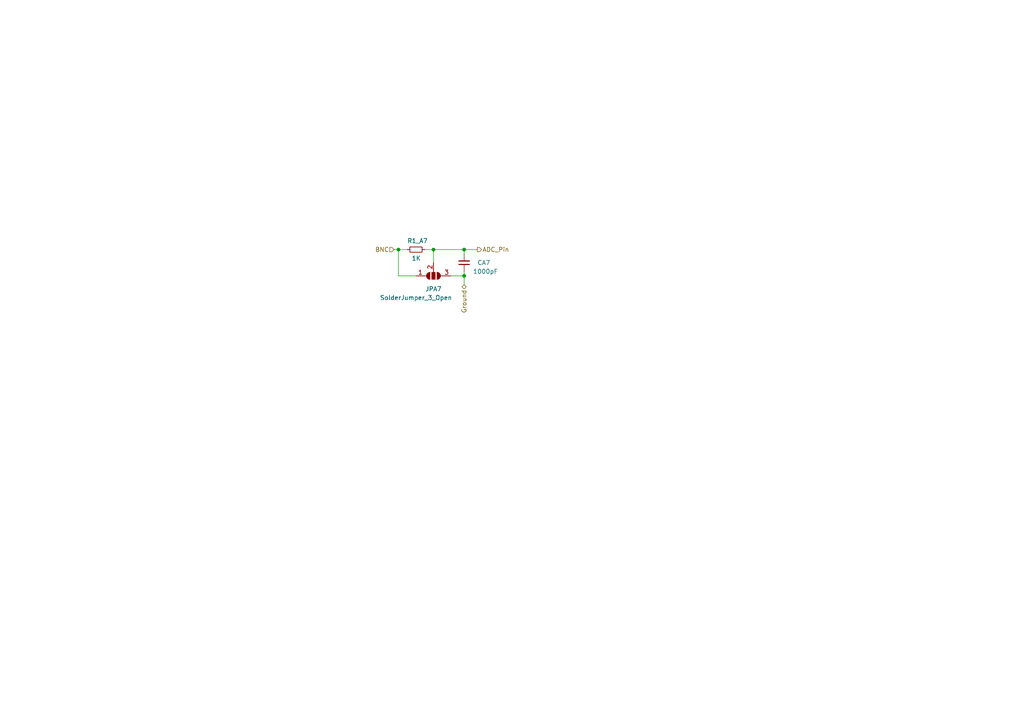
<source format=kicad_sch>
(kicad_sch
	(version 20250114)
	(generator "eeschema")
	(generator_version "9.0")
	(uuid "23a9b3a4-130f-424e-9ff8-d2c8390cefac")
	(paper "A4")
	(lib_symbols
		(symbol "Device:C_Small"
			(pin_numbers
				(hide yes)
			)
			(pin_names
				(offset 0.254)
				(hide yes)
			)
			(exclude_from_sim no)
			(in_bom yes)
			(on_board yes)
			(property "Reference" "C"
				(at 0.254 1.778 0)
				(effects
					(font
						(size 1.27 1.27)
					)
					(justify left)
				)
			)
			(property "Value" "C_Small"
				(at 0.254 -2.032 0)
				(effects
					(font
						(size 1.27 1.27)
					)
					(justify left)
				)
			)
			(property "Footprint" ""
				(at 0 0 0)
				(effects
					(font
						(size 1.27 1.27)
					)
					(hide yes)
				)
			)
			(property "Datasheet" "~"
				(at 0 0 0)
				(effects
					(font
						(size 1.27 1.27)
					)
					(hide yes)
				)
			)
			(property "Description" "Unpolarized capacitor, small symbol"
				(at 0 0 0)
				(effects
					(font
						(size 1.27 1.27)
					)
					(hide yes)
				)
			)
			(property "ki_keywords" "capacitor cap"
				(at 0 0 0)
				(effects
					(font
						(size 1.27 1.27)
					)
					(hide yes)
				)
			)
			(property "ki_fp_filters" "C_*"
				(at 0 0 0)
				(effects
					(font
						(size 1.27 1.27)
					)
					(hide yes)
				)
			)
			(symbol "C_Small_0_1"
				(polyline
					(pts
						(xy -1.524 0.508) (xy 1.524 0.508)
					)
					(stroke
						(width 0.3048)
						(type default)
					)
					(fill
						(type none)
					)
				)
				(polyline
					(pts
						(xy -1.524 -0.508) (xy 1.524 -0.508)
					)
					(stroke
						(width 0.3302)
						(type default)
					)
					(fill
						(type none)
					)
				)
			)
			(symbol "C_Small_1_1"
				(pin passive line
					(at 0 2.54 270)
					(length 2.032)
					(name "~"
						(effects
							(font
								(size 1.27 1.27)
							)
						)
					)
					(number "1"
						(effects
							(font
								(size 1.27 1.27)
							)
						)
					)
				)
				(pin passive line
					(at 0 -2.54 90)
					(length 2.032)
					(name "~"
						(effects
							(font
								(size 1.27 1.27)
							)
						)
					)
					(number "2"
						(effects
							(font
								(size 1.27 1.27)
							)
						)
					)
				)
			)
			(embedded_fonts no)
		)
		(symbol "Device:R_Small"
			(pin_numbers
				(hide yes)
			)
			(pin_names
				(offset 0.254)
				(hide yes)
			)
			(exclude_from_sim no)
			(in_bom yes)
			(on_board yes)
			(property "Reference" "R"
				(at 0.762 0.508 0)
				(effects
					(font
						(size 1.27 1.27)
					)
					(justify left)
				)
			)
			(property "Value" "R_Small"
				(at 0.762 -1.016 0)
				(effects
					(font
						(size 1.27 1.27)
					)
					(justify left)
				)
			)
			(property "Footprint" ""
				(at 0 0 0)
				(effects
					(font
						(size 1.27 1.27)
					)
					(hide yes)
				)
			)
			(property "Datasheet" "~"
				(at 0 0 0)
				(effects
					(font
						(size 1.27 1.27)
					)
					(hide yes)
				)
			)
			(property "Description" "Resistor, small symbol"
				(at 0 0 0)
				(effects
					(font
						(size 1.27 1.27)
					)
					(hide yes)
				)
			)
			(property "ki_keywords" "R resistor"
				(at 0 0 0)
				(effects
					(font
						(size 1.27 1.27)
					)
					(hide yes)
				)
			)
			(property "ki_fp_filters" "R_*"
				(at 0 0 0)
				(effects
					(font
						(size 1.27 1.27)
					)
					(hide yes)
				)
			)
			(symbol "R_Small_0_1"
				(rectangle
					(start -0.762 1.778)
					(end 0.762 -1.778)
					(stroke
						(width 0.2032)
						(type default)
					)
					(fill
						(type none)
					)
				)
			)
			(symbol "R_Small_1_1"
				(pin passive line
					(at 0 2.54 270)
					(length 0.762)
					(name "~"
						(effects
							(font
								(size 1.27 1.27)
							)
						)
					)
					(number "1"
						(effects
							(font
								(size 1.27 1.27)
							)
						)
					)
				)
				(pin passive line
					(at 0 -2.54 90)
					(length 0.762)
					(name "~"
						(effects
							(font
								(size 1.27 1.27)
							)
						)
					)
					(number "2"
						(effects
							(font
								(size 1.27 1.27)
							)
						)
					)
				)
			)
			(embedded_fonts no)
		)
		(symbol "Jumper:SolderJumper_3_Open"
			(pin_names
				(offset 0)
				(hide yes)
			)
			(exclude_from_sim no)
			(in_bom yes)
			(on_board yes)
			(property "Reference" "JP"
				(at -2.54 -2.54 0)
				(effects
					(font
						(size 1.27 1.27)
					)
				)
			)
			(property "Value" "SolderJumper_3_Open"
				(at 0 2.794 0)
				(effects
					(font
						(size 1.27 1.27)
					)
				)
			)
			(property "Footprint" ""
				(at 0 0 0)
				(effects
					(font
						(size 1.27 1.27)
					)
					(hide yes)
				)
			)
			(property "Datasheet" "~"
				(at 0 0 0)
				(effects
					(font
						(size 1.27 1.27)
					)
					(hide yes)
				)
			)
			(property "Description" "Solder Jumper, 3-pole, open"
				(at 0 0 0)
				(effects
					(font
						(size 1.27 1.27)
					)
					(hide yes)
				)
			)
			(property "ki_keywords" "Solder Jumper SPDT"
				(at 0 0 0)
				(effects
					(font
						(size 1.27 1.27)
					)
					(hide yes)
				)
			)
			(property "ki_fp_filters" "SolderJumper*Open*"
				(at 0 0 0)
				(effects
					(font
						(size 1.27 1.27)
					)
					(hide yes)
				)
			)
			(symbol "SolderJumper_3_Open_0_1"
				(polyline
					(pts
						(xy -2.54 0) (xy -2.032 0)
					)
					(stroke
						(width 0)
						(type default)
					)
					(fill
						(type none)
					)
				)
				(polyline
					(pts
						(xy -1.016 1.016) (xy -1.016 -1.016)
					)
					(stroke
						(width 0)
						(type default)
					)
					(fill
						(type none)
					)
				)
				(arc
					(start -1.016 -1.016)
					(mid -2.0276 0)
					(end -1.016 1.016)
					(stroke
						(width 0)
						(type default)
					)
					(fill
						(type none)
					)
				)
				(arc
					(start -1.016 -1.016)
					(mid -2.0276 0)
					(end -1.016 1.016)
					(stroke
						(width 0)
						(type default)
					)
					(fill
						(type outline)
					)
				)
				(rectangle
					(start -0.508 1.016)
					(end 0.508 -1.016)
					(stroke
						(width 0)
						(type default)
					)
					(fill
						(type outline)
					)
				)
				(polyline
					(pts
						(xy 0 -1.27) (xy 0 -1.016)
					)
					(stroke
						(width 0)
						(type default)
					)
					(fill
						(type none)
					)
				)
				(arc
					(start 1.016 1.016)
					(mid 2.0276 0)
					(end 1.016 -1.016)
					(stroke
						(width 0)
						(type default)
					)
					(fill
						(type none)
					)
				)
				(arc
					(start 1.016 1.016)
					(mid 2.0276 0)
					(end 1.016 -1.016)
					(stroke
						(width 0)
						(type default)
					)
					(fill
						(type outline)
					)
				)
				(polyline
					(pts
						(xy 1.016 1.016) (xy 1.016 -1.016)
					)
					(stroke
						(width 0)
						(type default)
					)
					(fill
						(type none)
					)
				)
				(polyline
					(pts
						(xy 2.54 0) (xy 2.032 0)
					)
					(stroke
						(width 0)
						(type default)
					)
					(fill
						(type none)
					)
				)
			)
			(symbol "SolderJumper_3_Open_1_1"
				(pin passive line
					(at -5.08 0 0)
					(length 2.54)
					(name "A"
						(effects
							(font
								(size 1.27 1.27)
							)
						)
					)
					(number "1"
						(effects
							(font
								(size 1.27 1.27)
							)
						)
					)
				)
				(pin passive line
					(at 0 -3.81 90)
					(length 2.54)
					(name "C"
						(effects
							(font
								(size 1.27 1.27)
							)
						)
					)
					(number "2"
						(effects
							(font
								(size 1.27 1.27)
							)
						)
					)
				)
				(pin passive line
					(at 5.08 0 180)
					(length 2.54)
					(name "B"
						(effects
							(font
								(size 1.27 1.27)
							)
						)
					)
					(number "3"
						(effects
							(font
								(size 1.27 1.27)
							)
						)
					)
				)
			)
			(embedded_fonts no)
		)
	)
	(junction
		(at 125.73 72.39)
		(diameter 0)
		(color 0 0 0 0)
		(uuid "0fe8c2af-496b-4470-b3dc-dc338c54315c")
	)
	(junction
		(at 134.62 80.01)
		(diameter 0)
		(color 0 0 0 0)
		(uuid "8b5cbfc0-4e7e-4d5b-8f7e-7b75a1c8bacf")
	)
	(junction
		(at 134.62 72.39)
		(diameter 0)
		(color 0 0 0 0)
		(uuid "b73e8c92-3c30-4b54-aec1-b4f9e4145fc3")
	)
	(junction
		(at 115.57 72.39)
		(diameter 0)
		(color 0 0 0 0)
		(uuid "dba29083-a957-4b9b-86b0-00d415a188a2")
	)
	(wire
		(pts
			(xy 134.62 73.66) (xy 134.62 72.39)
		)
		(stroke
			(width 0)
			(type default)
		)
		(uuid "13d85b7d-8c12-4d57-b59a-e62a9042154f")
	)
	(wire
		(pts
			(xy 134.62 78.74) (xy 134.62 80.01)
		)
		(stroke
			(width 0)
			(type default)
		)
		(uuid "24b50951-2f26-48d9-8575-0131f3eeebad")
	)
	(wire
		(pts
			(xy 125.73 76.2) (xy 125.73 72.39)
		)
		(stroke
			(width 0)
			(type default)
		)
		(uuid "26552fe8-da16-4f37-817b-1298b06343ee")
	)
	(wire
		(pts
			(xy 134.62 72.39) (xy 138.43 72.39)
		)
		(stroke
			(width 0)
			(type default)
		)
		(uuid "33c137e6-9c31-4c2a-8f1a-0755b57f85e6")
	)
	(wire
		(pts
			(xy 130.81 80.01) (xy 134.62 80.01)
		)
		(stroke
			(width 0)
			(type default)
		)
		(uuid "34689975-3bef-40b1-95eb-82a14a8c930b")
	)
	(wire
		(pts
			(xy 115.57 72.39) (xy 118.11 72.39)
		)
		(stroke
			(width 0)
			(type default)
		)
		(uuid "56cc94a0-36c5-40b1-837f-df77544e495c")
	)
	(wire
		(pts
			(xy 125.73 72.39) (xy 134.62 72.39)
		)
		(stroke
			(width 0)
			(type default)
		)
		(uuid "a56e9c65-80c7-446e-bc0b-82ffa2981b3d")
	)
	(wire
		(pts
			(xy 115.57 80.01) (xy 120.65 80.01)
		)
		(stroke
			(width 0)
			(type default)
		)
		(uuid "a78d0332-c716-4c9e-8bb7-b214d5fe9c62")
	)
	(wire
		(pts
			(xy 134.62 80.01) (xy 134.62 82.55)
		)
		(stroke
			(width 0)
			(type default)
		)
		(uuid "b7133df7-5b56-4e5b-8c02-a118efdd9e3e")
	)
	(wire
		(pts
			(xy 115.57 80.01) (xy 115.57 72.39)
		)
		(stroke
			(width 0)
			(type default)
		)
		(uuid "cf9ba8f8-3770-4918-92ee-015bfa4401b7")
	)
	(wire
		(pts
			(xy 114.3 72.39) (xy 115.57 72.39)
		)
		(stroke
			(width 0)
			(type default)
		)
		(uuid "d4cf6e22-aeb8-4dee-b0cf-39b836b00733")
	)
	(wire
		(pts
			(xy 123.19 72.39) (xy 125.73 72.39)
		)
		(stroke
			(width 0)
			(type default)
		)
		(uuid "d7b83cc6-7b4e-4543-b98c-aee5c4cd50b3")
	)
	(hierarchical_label "ADC_Pin"
		(shape output)
		(at 138.43 72.39 0)
		(effects
			(font
				(size 1.27 1.27)
			)
			(justify left)
		)
		(uuid "5d2b6bbe-e5e0-4173-9243-892e70d5d585")
	)
	(hierarchical_label "BNC"
		(shape input)
		(at 114.3 72.39 180)
		(effects
			(font
				(size 1.27 1.27)
			)
			(justify right)
		)
		(uuid "b9342877-76f9-41b3-9fe2-b9bdcdcba52d")
	)
	(hierarchical_label "Ground"
		(shape bidirectional)
		(at 134.62 82.55 270)
		(effects
			(font
				(size 1.27 1.27)
			)
			(justify right)
		)
		(uuid "edd9aaa9-4063-41ec-83ab-d592f0cbbae2")
	)
	(symbol
		(lib_id "Jumper:SolderJumper_3_Open")
		(at 125.73 80.01 0)
		(mirror x)
		(unit 1)
		(exclude_from_sim no)
		(in_bom yes)
		(on_board yes)
		(dnp no)
		(uuid "a0fc2c42-cfd7-4a10-8e2c-5113344cd527")
		(property "Reference" "JPA1"
			(at 125.73 83.82 0)
			(effects
				(font
					(size 1.27 1.27)
				)
			)
		)
		(property "Value" "SolderJumper_3_Open"
			(at 120.65 86.36 0)
			(effects
				(font
					(size 1.27 1.27)
				)
			)
		)
		(property "Footprint" "Jumper:SolderJumper-3_P1.3mm_Open_RoundedPad1.0x1.5mm"
			(at 125.73 80.01 0)
			(effects
				(font
					(size 1.27 1.27)
				)
				(hide yes)
			)
		)
		(property "Datasheet" "~"
			(at 125.73 80.01 0)
			(effects
				(font
					(size 1.27 1.27)
				)
				(hide yes)
			)
		)
		(property "Description" ""
			(at 125.73 80.01 0)
			(effects
				(font
					(size 1.27 1.27)
				)
				(hide yes)
			)
		)
		(pin "1"
			(uuid "b9c7dd76-7840-455b-9178-6e210d41e409")
		)
		(pin "2"
			(uuid "f98ba8fa-efa9-4989-9315-a2fe9066fa70")
		)
		(pin "3"
			(uuid "e082b63d-ffba-4084-9452-8c672eaa9e41")
		)
		(instances
			(project "CANduino128"
				(path "/b26d10c1-0874-459a-80a4-e525262e670c/0e723a67-ff7d-4409-b0c6-f3101e04248b"
					(reference "JPA7")
					(unit 1)
				)
				(path "/b26d10c1-0874-459a-80a4-e525262e670c/658debcc-1850-4b00-b26b-8bfc70eb5dfd"
					(reference "JPA6")
					(unit 1)
				)
				(path "/b26d10c1-0874-459a-80a4-e525262e670c/70f44b0f-5019-41d8-8648-92b0c45a7470"
					(reference "JPA4")
					(unit 1)
				)
				(path "/b26d10c1-0874-459a-80a4-e525262e670c/938591d5-c204-42f9-a976-01b8222bb8ab"
					(reference "JPA5")
					(unit 1)
				)
				(path "/b26d10c1-0874-459a-80a4-e525262e670c/d2dfb9cd-7f26-40ed-b95a-1822496f5075"
					(reference "JPA8")
					(unit 1)
				)
				(path "/b26d10c1-0874-459a-80a4-e525262e670c/e1e65187-f0ac-4790-b174-b0b45635262c"
					(reference "JPA3")
					(unit 1)
				)
				(path "/b26d10c1-0874-459a-80a4-e525262e670c/e9cdc009-408c-49cc-a9aa-b5ab6d61a947"
					(reference "JPA1")
					(unit 1)
				)
				(path "/b26d10c1-0874-459a-80a4-e525262e670c/f8348586-92ee-4a19-86a2-b6a6c4962eeb"
					(reference "JPA2")
					(unit 1)
				)
			)
		)
	)
	(symbol
		(lib_id "Device:R_Small")
		(at 120.65 72.39 270)
		(unit 1)
		(exclude_from_sim no)
		(in_bom yes)
		(on_board yes)
		(dnp no)
		(uuid "beb36705-5ca6-48e5-b53d-b53c11fdffe7")
		(property "Reference" "R1_A1"
			(at 118.11 69.85 90)
			(effects
				(font
					(size 1.27 1.27)
				)
				(justify left)
			)
		)
		(property "Value" "1K"
			(at 119.38 74.93 90)
			(effects
				(font
					(size 1.27 1.27)
				)
				(justify left)
			)
		)
		(property "Footprint" "Resistor_SMD:R_1210_3225Metric_Pad1.30x2.65mm_HandSolder"
			(at 120.65 72.39 0)
			(effects
				(font
					(size 1.27 1.27)
				)
				(hide yes)
			)
		)
		(property "Datasheet" "~"
			(at 120.65 72.39 0)
			(effects
				(font
					(size 1.27 1.27)
				)
				(hide yes)
			)
		)
		(property "Description" ""
			(at 120.65 72.39 0)
			(effects
				(font
					(size 1.27 1.27)
				)
				(hide yes)
			)
		)
		(pin "1"
			(uuid "c118185b-089e-4514-9600-9a031fe981f9")
		)
		(pin "2"
			(uuid "fefd86ec-39cf-4789-9a3a-960edb3b079e")
		)
		(instances
			(project "CANduino128"
				(path "/b26d10c1-0874-459a-80a4-e525262e670c/0e723a67-ff7d-4409-b0c6-f3101e04248b"
					(reference "R1_A7")
					(unit 1)
				)
				(path "/b26d10c1-0874-459a-80a4-e525262e670c/658debcc-1850-4b00-b26b-8bfc70eb5dfd"
					(reference "R1_A6")
					(unit 1)
				)
				(path "/b26d10c1-0874-459a-80a4-e525262e670c/70f44b0f-5019-41d8-8648-92b0c45a7470"
					(reference "R1_A4")
					(unit 1)
				)
				(path "/b26d10c1-0874-459a-80a4-e525262e670c/938591d5-c204-42f9-a976-01b8222bb8ab"
					(reference "R1_A5")
					(unit 1)
				)
				(path "/b26d10c1-0874-459a-80a4-e525262e670c/d2dfb9cd-7f26-40ed-b95a-1822496f5075"
					(reference "R1_A8")
					(unit 1)
				)
				(path "/b26d10c1-0874-459a-80a4-e525262e670c/e1e65187-f0ac-4790-b174-b0b45635262c"
					(reference "R1_A3")
					(unit 1)
				)
				(path "/b26d10c1-0874-459a-80a4-e525262e670c/e9cdc009-408c-49cc-a9aa-b5ab6d61a947"
					(reference "R1_A1")
					(unit 1)
				)
				(path "/b26d10c1-0874-459a-80a4-e525262e670c/f8348586-92ee-4a19-86a2-b6a6c4962eeb"
					(reference "R1_A2")
					(unit 1)
				)
			)
		)
	)
	(symbol
		(lib_id "Device:C_Small")
		(at 134.62 76.2 180)
		(unit 1)
		(exclude_from_sim no)
		(in_bom yes)
		(on_board yes)
		(dnp no)
		(uuid "d3d88fee-a28f-4f1f-8d7b-7e782f778326")
		(property "Reference" "CA1"
			(at 138.43 76.2 0)
			(effects
				(font
					(size 1.27 1.27)
				)
				(justify right)
			)
		)
		(property "Value" "1000pF"
			(at 137.16 78.74 0)
			(effects
				(font
					(size 1.27 1.27)
				)
				(justify right)
			)
		)
		(property "Footprint" "Capacitor_SMD:C_1210_3225Metric_Pad1.33x2.70mm_HandSolder"
			(at 134.62 76.2 0)
			(effects
				(font
					(size 1.27 1.27)
				)
				(hide yes)
			)
		)
		(property "Datasheet" "~"
			(at 134.62 76.2 0)
			(effects
				(font
					(size 1.27 1.27)
				)
				(hide yes)
			)
		)
		(property "Description" ""
			(at 134.62 76.2 0)
			(effects
				(font
					(size 1.27 1.27)
				)
				(hide yes)
			)
		)
		(pin "1"
			(uuid "a39f1096-1334-4dea-b58e-af8ac4bbf8e4")
		)
		(pin "2"
			(uuid "c12bc1b0-b885-44d3-89f4-162627db36f5")
		)
		(instances
			(project "CANduino128"
				(path "/b26d10c1-0874-459a-80a4-e525262e670c/0e723a67-ff7d-4409-b0c6-f3101e04248b"
					(reference "CA7")
					(unit 1)
				)
				(path "/b26d10c1-0874-459a-80a4-e525262e670c/658debcc-1850-4b00-b26b-8bfc70eb5dfd"
					(reference "CA6")
					(unit 1)
				)
				(path "/b26d10c1-0874-459a-80a4-e525262e670c/70f44b0f-5019-41d8-8648-92b0c45a7470"
					(reference "CA4")
					(unit 1)
				)
				(path "/b26d10c1-0874-459a-80a4-e525262e670c/938591d5-c204-42f9-a976-01b8222bb8ab"
					(reference "CA5")
					(unit 1)
				)
				(path "/b26d10c1-0874-459a-80a4-e525262e670c/d2dfb9cd-7f26-40ed-b95a-1822496f5075"
					(reference "CA8")
					(unit 1)
				)
				(path "/b26d10c1-0874-459a-80a4-e525262e670c/e1e65187-f0ac-4790-b174-b0b45635262c"
					(reference "CA3")
					(unit 1)
				)
				(path "/b26d10c1-0874-459a-80a4-e525262e670c/e9cdc009-408c-49cc-a9aa-b5ab6d61a947"
					(reference "CA1")
					(unit 1)
				)
				(path "/b26d10c1-0874-459a-80a4-e525262e670c/f8348586-92ee-4a19-86a2-b6a6c4962eeb"
					(reference "CA2")
					(unit 1)
				)
			)
		)
	)
)

</source>
